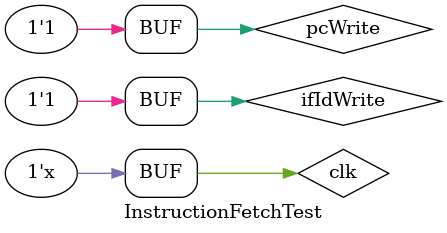
<source format=v>
`timescale 1ns / 1ps


module InstructionFetchTest;

	// Inputs
	reg pcWrite;
	reg ifIdWrite;
	reg clk;

	// Outputs
	wire [31:0] programCounterOut;
	wire [31:0] instruction;

	// Instantiate the Unit Under Test (UUT)
	InstructionFetch uut (
		.pcWrite(pcWrite), 
		.ifIdWrite(ifIdWrite), 
		.clk(clk), 
		.programCounterOut(programCounterOut), 
		.instruction(instruction)
	);

	initial begin
		// Initialize Inputs
		pcWrite = 1;
		ifIdWrite = 1;
		clk = 0;
	end
	
	always begin
		#5 clk = ~clk;
	end
      
endmodule


</source>
